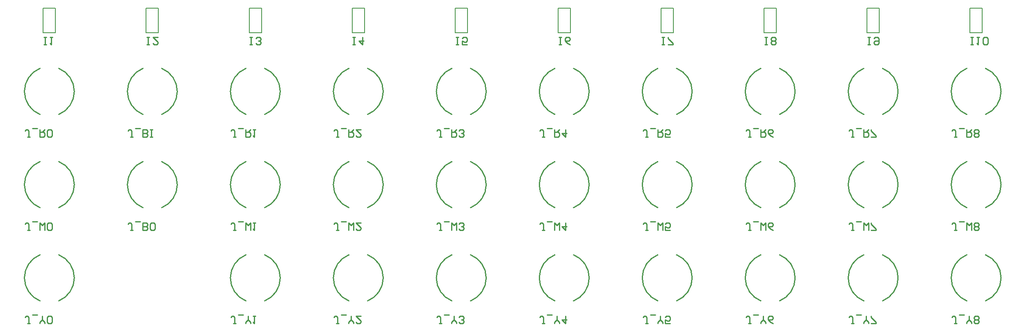
<source format=gbo>
%FSLAX23Y23*%
%MOIN*%
G70*
G01*
G75*
%ADD10R,0.012X0.059*%
%ADD11O,0.012X0.059*%
%ADD12C,0.010*%
%ADD13C,0.300*%
%ADD14C,0.055*%
%ADD15C,0.180*%
%ADD16C,0.065*%
%ADD17C,0.059*%
%ADD18R,0.059X0.059*%
%ADD19C,0.053*%
%ADD20R,0.053X0.053*%
%ADD21R,0.047X0.047*%
%ADD22C,0.047*%
%ADD23C,0.059*%
%ADD24R,0.059X0.059*%
%ADD25C,0.110*%
%ADD26C,0.130*%
%ADD27C,0.050*%
%ADD28C,0.008*%
%ADD29C,0.006*%
D12*
X2215Y3031D02*
G03*
X2215Y2655I76J-188D01*
G01*
X2367D02*
G03*
X2367Y3031I-76J188D01*
G01*
X3052D02*
G03*
X3052Y2655I76J-188D01*
G01*
X3204D02*
G03*
X3204Y3031I-76J188D01*
G01*
X3889D02*
G03*
X3889Y2655I76J-188D01*
G01*
X4041D02*
G03*
X4041Y3031I-76J188D01*
G01*
X4726D02*
G03*
X4726Y2655I76J-188D01*
G01*
X4878D02*
G03*
X4878Y3031I-76J188D01*
G01*
X5563D02*
G03*
X5563Y2655I76J-188D01*
G01*
X5715D02*
G03*
X5715Y3031I-76J188D01*
G01*
X6400D02*
G03*
X6400Y2655I76J-188D01*
G01*
X6552D02*
G03*
X6552Y3031I-76J188D01*
G01*
X7237D02*
G03*
X7237Y2655I76J-188D01*
G01*
X7389D02*
G03*
X7389Y3031I-76J188D01*
G01*
X8074D02*
G03*
X8074Y2655I76J-188D01*
G01*
X8226D02*
G03*
X8226Y3031I-76J188D01*
G01*
X2215Y1511D02*
G03*
X2215Y1135I76J-188D01*
G01*
X2367D02*
G03*
X2367Y1511I-76J188D01*
G01*
X3052D02*
G03*
X3052Y1135I76J-188D01*
G01*
X3204D02*
G03*
X3204Y1511I-76J188D01*
G01*
X3889D02*
G03*
X3889Y1135I76J-188D01*
G01*
X4041D02*
G03*
X4041Y1511I-76J188D01*
G01*
X4726D02*
G03*
X4726Y1135I76J-188D01*
G01*
X4878D02*
G03*
X4878Y1511I-76J188D01*
G01*
X5563D02*
G03*
X5563Y1135I76J-188D01*
G01*
X5715D02*
G03*
X5715Y1511I-76J188D01*
G01*
X6400D02*
G03*
X6400Y1135I76J-188D01*
G01*
X6552D02*
G03*
X6552Y1511I-76J188D01*
G01*
X7237D02*
G03*
X7237Y1135I76J-188D01*
G01*
X7389D02*
G03*
X7389Y1511I-76J188D01*
G01*
X8074D02*
G03*
X8074Y1135I76J-188D01*
G01*
X8226D02*
G03*
X8226Y1511I-76J188D01*
G01*
X693Y2655D02*
G03*
X693Y3031I-76J188D01*
G01*
X541D02*
G03*
X541Y2655I76J-188D01*
G01*
X2215Y2271D02*
G03*
X2215Y1895I76J-188D01*
G01*
X2367D02*
G03*
X2367Y2271I-76J188D01*
G01*
X3052D02*
G03*
X3052Y1895I76J-188D01*
G01*
X3204D02*
G03*
X3204Y2271I-76J188D01*
G01*
X3889D02*
G03*
X3889Y1895I76J-188D01*
G01*
X4041D02*
G03*
X4041Y2271I-76J188D01*
G01*
X4726D02*
G03*
X4726Y1895I76J-188D01*
G01*
X4878D02*
G03*
X4878Y2271I-76J188D01*
G01*
X5563D02*
G03*
X5563Y1895I76J-188D01*
G01*
X5715D02*
G03*
X5715Y2271I-76J188D01*
G01*
X6400D02*
G03*
X6400Y1895I76J-188D01*
G01*
X6552D02*
G03*
X6552Y2271I-76J188D01*
G01*
X7237D02*
G03*
X7237Y1895I76J-188D01*
G01*
X7389D02*
G03*
X7389Y2271I-76J188D01*
G01*
X8074D02*
G03*
X8074Y1895I76J-188D01*
G01*
X8226D02*
G03*
X8226Y2271I-76J188D01*
G01*
X541D02*
G03*
X541Y1895I76J-188D01*
G01*
X693D02*
G03*
X693Y2271I-76J188D01*
G01*
X541Y1511D02*
G03*
X541Y1135I76J-188D01*
G01*
X693D02*
G03*
X693Y1511I-76J188D01*
G01*
X1378Y3031D02*
G03*
X1378Y2655I76J-188D01*
G01*
X1530D02*
G03*
X1530Y3031I-76J188D01*
G01*
X1378Y2271D02*
G03*
X1378Y1895I76J-188D01*
G01*
X1530D02*
G03*
X1530Y2271I-76J188D01*
G01*
X1296Y1711D02*
X1276D01*
X1286D01*
Y1761D01*
X1276Y1771D01*
X1266D01*
X1256Y1761D01*
X1316Y1781D02*
X1356D01*
X1376Y1711D02*
Y1771D01*
X1406D01*
X1416Y1761D01*
Y1751D01*
X1406Y1741D01*
X1376D01*
X1406D01*
X1416Y1731D01*
Y1721D01*
X1406Y1711D01*
X1376D01*
X1466D02*
X1446D01*
X1436Y1721D01*
Y1761D01*
X1446Y1771D01*
X1466D01*
X1476Y1761D01*
Y1721D01*
X1466Y1711D01*
X1296Y2471D02*
X1276D01*
X1286D01*
Y2521D01*
X1276Y2531D01*
X1266D01*
X1256Y2521D01*
X1316Y2541D02*
X1356D01*
X1376Y2471D02*
Y2531D01*
X1406D01*
X1416Y2521D01*
Y2511D01*
X1406Y2501D01*
X1376D01*
X1406D01*
X1416Y2491D01*
Y2481D01*
X1406Y2471D01*
X1376D01*
X1436D02*
X1456D01*
X1446D01*
Y2531D01*
X1436D01*
X1456D01*
X459Y951D02*
X439D01*
X449D01*
Y1001D01*
X439Y1011D01*
X429D01*
X419Y1001D01*
X479Y1021D02*
X519D01*
X539Y951D02*
Y961D01*
X559Y981D01*
X579Y961D01*
Y951D01*
X559Y981D02*
Y1011D01*
X629Y951D02*
X609D01*
X599Y961D01*
Y1001D01*
X609Y1011D01*
X629D01*
X639Y1001D01*
Y961D01*
X629Y951D01*
X459Y1711D02*
X439D01*
X449D01*
Y1761D01*
X439Y1771D01*
X429D01*
X419Y1761D01*
X479Y1781D02*
X519D01*
X539Y1711D02*
Y1771D01*
X559Y1751D01*
X579Y1771D01*
Y1711D01*
X629D02*
X609D01*
X599Y1721D01*
Y1761D01*
X609Y1771D01*
X629D01*
X639Y1761D01*
Y1721D01*
X629Y1711D01*
X7992D02*
X7972D01*
X7982D01*
Y1761D01*
X7972Y1771D01*
X7962D01*
X7952Y1761D01*
X8012Y1781D02*
X8052D01*
X8072Y1711D02*
Y1771D01*
X8092Y1751D01*
X8112Y1771D01*
Y1711D01*
X8132Y1721D02*
X8142Y1711D01*
X8162D01*
X8172Y1721D01*
Y1731D01*
X8162Y1741D01*
X8172Y1751D01*
Y1761D01*
X8162Y1771D01*
X8142D01*
X8132Y1761D01*
Y1751D01*
X8142Y1741D01*
X8132Y1731D01*
Y1721D01*
X8142Y1741D02*
X8162D01*
X7155Y1711D02*
X7135D01*
X7145D01*
Y1761D01*
X7135Y1771D01*
X7125D01*
X7115Y1761D01*
X7175Y1781D02*
X7215D01*
X7235Y1711D02*
Y1771D01*
X7255Y1751D01*
X7275Y1771D01*
Y1711D01*
X7295D02*
X7335D01*
Y1721D01*
X7295Y1761D01*
Y1771D01*
X6318Y1711D02*
X6298D01*
X6308D01*
Y1761D01*
X6298Y1771D01*
X6288D01*
X6278Y1761D01*
X6338Y1781D02*
X6378D01*
X6398Y1711D02*
Y1771D01*
X6418Y1751D01*
X6438Y1771D01*
Y1711D01*
X6498D02*
X6478Y1721D01*
X6458Y1741D01*
Y1761D01*
X6468Y1771D01*
X6488D01*
X6498Y1761D01*
Y1751D01*
X6488Y1741D01*
X6458D01*
X5481Y1711D02*
X5461D01*
X5471D01*
Y1761D01*
X5461Y1771D01*
X5451D01*
X5441Y1761D01*
X5501Y1781D02*
X5541D01*
X5561Y1711D02*
Y1771D01*
X5581Y1751D01*
X5601Y1771D01*
Y1711D01*
X5661D02*
X5621D01*
Y1741D01*
X5641Y1731D01*
X5651D01*
X5661Y1741D01*
Y1761D01*
X5651Y1771D01*
X5631D01*
X5621Y1761D01*
X4644Y1711D02*
X4624D01*
X4634D01*
Y1761D01*
X4624Y1771D01*
X4614D01*
X4604Y1761D01*
X4664Y1781D02*
X4704D01*
X4724Y1711D02*
Y1771D01*
X4744Y1751D01*
X4764Y1771D01*
Y1711D01*
X4814Y1771D02*
Y1711D01*
X4784Y1741D01*
X4824D01*
X3807Y1711D02*
X3787D01*
X3797D01*
Y1761D01*
X3787Y1771D01*
X3777D01*
X3767Y1761D01*
X3827Y1781D02*
X3867D01*
X3887Y1711D02*
Y1771D01*
X3907Y1751D01*
X3927Y1771D01*
Y1711D01*
X3947Y1721D02*
X3957Y1711D01*
X3977D01*
X3987Y1721D01*
Y1731D01*
X3977Y1741D01*
X3967D01*
X3977D01*
X3987Y1751D01*
Y1761D01*
X3977Y1771D01*
X3957D01*
X3947Y1761D01*
X2970Y1711D02*
X2950D01*
X2960D01*
Y1761D01*
X2950Y1771D01*
X2940D01*
X2930Y1761D01*
X2990Y1781D02*
X3030D01*
X3050Y1711D02*
Y1771D01*
X3070Y1751D01*
X3090Y1771D01*
Y1711D01*
X3150Y1771D02*
X3110D01*
X3150Y1731D01*
Y1721D01*
X3140Y1711D01*
X3120D01*
X3110Y1721D01*
X2133Y1711D02*
X2113D01*
X2123D01*
Y1761D01*
X2113Y1771D01*
X2103D01*
X2093Y1761D01*
X2153Y1781D02*
X2193D01*
X2213Y1711D02*
Y1771D01*
X2233Y1751D01*
X2253Y1771D01*
Y1711D01*
X2273Y1771D02*
X2293D01*
X2283D01*
Y1711D01*
X2273Y1721D01*
X459Y2471D02*
X439D01*
X449D01*
Y2521D01*
X439Y2531D01*
X429D01*
X419Y2521D01*
X479Y2541D02*
X519D01*
X539Y2531D02*
Y2471D01*
X569D01*
X579Y2481D01*
Y2501D01*
X569Y2511D01*
X539D01*
X559D02*
X579Y2531D01*
X629Y2471D02*
X609D01*
X599Y2481D01*
Y2521D01*
X609Y2531D01*
X629D01*
X639Y2521D01*
Y2481D01*
X629Y2471D01*
X7992Y951D02*
X7972D01*
X7982D01*
Y1001D01*
X7972Y1011D01*
X7962D01*
X7952Y1001D01*
X8012Y1021D02*
X8052D01*
X8072Y951D02*
Y961D01*
X8092Y981D01*
X8112Y961D01*
Y951D01*
X8092Y981D02*
Y1011D01*
X8132Y961D02*
X8142Y951D01*
X8162D01*
X8172Y961D01*
Y971D01*
X8162Y981D01*
X8172Y991D01*
Y1001D01*
X8162Y1011D01*
X8142D01*
X8132Y1001D01*
Y991D01*
X8142Y981D01*
X8132Y971D01*
Y961D01*
X8142Y981D02*
X8162D01*
X7155Y951D02*
X7135D01*
X7145D01*
Y1001D01*
X7135Y1011D01*
X7125D01*
X7115Y1001D01*
X7175Y1021D02*
X7215D01*
X7235Y951D02*
Y961D01*
X7255Y981D01*
X7275Y961D01*
Y951D01*
X7255Y981D02*
Y1011D01*
X7295Y951D02*
X7335D01*
Y961D01*
X7295Y1001D01*
Y1011D01*
X6318Y951D02*
X6298D01*
X6308D01*
Y1001D01*
X6298Y1011D01*
X6288D01*
X6278Y1001D01*
X6338Y1021D02*
X6378D01*
X6398Y951D02*
Y961D01*
X6418Y981D01*
X6438Y961D01*
Y951D01*
X6418Y981D02*
Y1011D01*
X6498Y951D02*
X6478Y961D01*
X6458Y981D01*
Y1001D01*
X6468Y1011D01*
X6488D01*
X6498Y1001D01*
Y991D01*
X6488Y981D01*
X6458D01*
X5481Y951D02*
X5461D01*
X5471D01*
Y1001D01*
X5461Y1011D01*
X5451D01*
X5441Y1001D01*
X5501Y1021D02*
X5541D01*
X5561Y951D02*
Y961D01*
X5581Y981D01*
X5601Y961D01*
Y951D01*
X5581Y981D02*
Y1011D01*
X5661Y951D02*
X5621D01*
Y981D01*
X5641Y971D01*
X5651D01*
X5661Y981D01*
Y1001D01*
X5651Y1011D01*
X5631D01*
X5621Y1001D01*
X4644Y951D02*
X4624D01*
X4634D01*
Y1001D01*
X4624Y1011D01*
X4614D01*
X4604Y1001D01*
X4664Y1021D02*
X4704D01*
X4724Y951D02*
Y961D01*
X4744Y981D01*
X4764Y961D01*
Y951D01*
X4744Y981D02*
Y1011D01*
X4814D02*
Y951D01*
X4784Y981D01*
X4824D01*
X3807Y951D02*
X3787D01*
X3797D01*
Y1001D01*
X3787Y1011D01*
X3777D01*
X3767Y1001D01*
X3827Y1021D02*
X3867D01*
X3887Y951D02*
Y961D01*
X3907Y981D01*
X3927Y961D01*
Y951D01*
X3907Y981D02*
Y1011D01*
X3947Y961D02*
X3957Y951D01*
X3977D01*
X3987Y961D01*
Y971D01*
X3977Y981D01*
X3967D01*
X3977D01*
X3987Y991D01*
Y1001D01*
X3977Y1011D01*
X3957D01*
X3947Y1001D01*
X2970Y951D02*
X2950D01*
X2960D01*
Y1001D01*
X2950Y1011D01*
X2940D01*
X2930Y1001D01*
X2990Y1021D02*
X3030D01*
X3050Y951D02*
Y961D01*
X3070Y981D01*
X3090Y961D01*
Y951D01*
X3070Y981D02*
Y1011D01*
X3150D02*
X3110D01*
X3150Y971D01*
Y961D01*
X3140Y951D01*
X3120D01*
X3110Y961D01*
X2133Y951D02*
X2113D01*
X2123D01*
Y1001D01*
X2113Y1011D01*
X2103D01*
X2093Y1001D01*
X2153Y1021D02*
X2193D01*
X2213Y951D02*
Y961D01*
X2233Y981D01*
X2253Y961D01*
Y951D01*
X2233Y981D02*
Y1011D01*
X2273D02*
X2293D01*
X2283D01*
Y951D01*
X2273Y961D01*
X7992Y2471D02*
X7972D01*
X7982D01*
Y2521D01*
X7972Y2531D01*
X7962D01*
X7952Y2521D01*
X8012Y2541D02*
X8052D01*
X8072Y2531D02*
Y2471D01*
X8102D01*
X8112Y2481D01*
Y2501D01*
X8102Y2511D01*
X8072D01*
X8092D02*
X8112Y2531D01*
X8132Y2481D02*
X8142Y2471D01*
X8162D01*
X8172Y2481D01*
Y2491D01*
X8162Y2501D01*
X8172Y2511D01*
Y2521D01*
X8162Y2531D01*
X8142D01*
X8132Y2521D01*
Y2511D01*
X8142Y2501D01*
X8132Y2491D01*
Y2481D01*
X8142Y2501D02*
X8162D01*
X7155Y2471D02*
X7135D01*
X7145D01*
Y2521D01*
X7135Y2531D01*
X7125D01*
X7115Y2521D01*
X7175Y2541D02*
X7215D01*
X7235Y2531D02*
Y2471D01*
X7265D01*
X7275Y2481D01*
Y2501D01*
X7265Y2511D01*
X7235D01*
X7255D02*
X7275Y2531D01*
X7295Y2471D02*
X7335D01*
Y2481D01*
X7295Y2521D01*
Y2531D01*
X6318Y2471D02*
X6298D01*
X6308D01*
Y2521D01*
X6298Y2531D01*
X6288D01*
X6278Y2521D01*
X6338Y2541D02*
X6378D01*
X6398Y2531D02*
Y2471D01*
X6428D01*
X6438Y2481D01*
Y2501D01*
X6428Y2511D01*
X6398D01*
X6418D02*
X6438Y2531D01*
X6498Y2471D02*
X6478Y2481D01*
X6458Y2501D01*
Y2521D01*
X6468Y2531D01*
X6488D01*
X6498Y2521D01*
Y2511D01*
X6488Y2501D01*
X6458D01*
X5481Y2471D02*
X5461D01*
X5471D01*
Y2521D01*
X5461Y2531D01*
X5451D01*
X5441Y2521D01*
X5501Y2541D02*
X5541D01*
X5561Y2531D02*
Y2471D01*
X5591D01*
X5601Y2481D01*
Y2501D01*
X5591Y2511D01*
X5561D01*
X5581D02*
X5601Y2531D01*
X5661Y2471D02*
X5621D01*
Y2501D01*
X5641Y2491D01*
X5651D01*
X5661Y2501D01*
Y2521D01*
X5651Y2531D01*
X5631D01*
X5621Y2521D01*
X4644Y2471D02*
X4624D01*
X4634D01*
Y2521D01*
X4624Y2531D01*
X4614D01*
X4604Y2521D01*
X4664Y2541D02*
X4704D01*
X4724Y2531D02*
Y2471D01*
X4754D01*
X4764Y2481D01*
Y2501D01*
X4754Y2511D01*
X4724D01*
X4744D02*
X4764Y2531D01*
X4814D02*
Y2471D01*
X4784Y2501D01*
X4824D01*
X3807Y2471D02*
X3787D01*
X3797D01*
Y2521D01*
X3787Y2531D01*
X3777D01*
X3767Y2521D01*
X3827Y2541D02*
X3867D01*
X3887Y2531D02*
Y2471D01*
X3917D01*
X3927Y2481D01*
Y2501D01*
X3917Y2511D01*
X3887D01*
X3907D02*
X3927Y2531D01*
X3947Y2481D02*
X3957Y2471D01*
X3977D01*
X3987Y2481D01*
Y2491D01*
X3977Y2501D01*
X3967D01*
X3977D01*
X3987Y2511D01*
Y2521D01*
X3977Y2531D01*
X3957D01*
X3947Y2521D01*
X2970Y2471D02*
X2950D01*
X2960D01*
Y2521D01*
X2950Y2531D01*
X2940D01*
X2930Y2521D01*
X2990Y2541D02*
X3030D01*
X3050Y2531D02*
Y2471D01*
X3080D01*
X3090Y2481D01*
Y2501D01*
X3080Y2511D01*
X3050D01*
X3070D02*
X3090Y2531D01*
X3150D02*
X3110D01*
X3150Y2491D01*
Y2481D01*
X3140Y2471D01*
X3120D01*
X3110Y2481D01*
X2133Y2471D02*
X2113D01*
X2123D01*
Y2521D01*
X2113Y2531D01*
X2103D01*
X2093Y2521D01*
X2153Y2541D02*
X2193D01*
X2213Y2531D02*
Y2471D01*
X2243D01*
X2253Y2481D01*
Y2501D01*
X2243Y2511D01*
X2213D01*
X2233D02*
X2253Y2531D01*
X2273D02*
X2293D01*
X2283D01*
Y2471D01*
X2273Y2481D01*
X573Y3226D02*
X593D01*
X583D01*
Y3286D01*
X573D01*
X593D01*
X623D02*
X643D01*
X633D01*
Y3226D01*
X623Y3236D01*
X1410Y3226D02*
X1430D01*
X1420D01*
Y3286D01*
X1410D01*
X1430D01*
X1500D02*
X1460D01*
X1500Y3246D01*
Y3236D01*
X1490Y3226D01*
X1470D01*
X1460Y3236D01*
X2247Y3226D02*
X2267D01*
X2257D01*
Y3286D01*
X2247D01*
X2267D01*
X2297Y3236D02*
X2307Y3226D01*
X2327D01*
X2337Y3236D01*
Y3246D01*
X2327Y3256D01*
X2317D01*
X2327D01*
X2337Y3266D01*
Y3276D01*
X2327Y3286D01*
X2307D01*
X2297Y3276D01*
X3084Y3226D02*
X3104D01*
X3094D01*
Y3286D01*
X3084D01*
X3104D01*
X3164D02*
Y3226D01*
X3134Y3256D01*
X3174D01*
X3921Y3226D02*
X3941D01*
X3931D01*
Y3286D01*
X3921D01*
X3941D01*
X4011Y3226D02*
X3971D01*
Y3256D01*
X3991Y3246D01*
X4001D01*
X4011Y3256D01*
Y3276D01*
X4001Y3286D01*
X3981D01*
X3971Y3276D01*
X4758Y3226D02*
X4778D01*
X4768D01*
Y3286D01*
X4758D01*
X4778D01*
X4848Y3226D02*
X4828Y3236D01*
X4808Y3256D01*
Y3276D01*
X4818Y3286D01*
X4838D01*
X4848Y3276D01*
Y3266D01*
X4838Y3256D01*
X4808D01*
X5595Y3226D02*
X5615D01*
X5605D01*
Y3286D01*
X5595D01*
X5615D01*
X5645Y3226D02*
X5685D01*
Y3236D01*
X5645Y3276D01*
Y3286D01*
X6432Y3226D02*
X6452D01*
X6442D01*
Y3286D01*
X6432D01*
X6452D01*
X6482Y3236D02*
X6492Y3226D01*
X6512D01*
X6522Y3236D01*
Y3246D01*
X6512Y3256D01*
X6522Y3266D01*
Y3276D01*
X6512Y3286D01*
X6492D01*
X6482Y3276D01*
Y3266D01*
X6492Y3256D01*
X6482Y3246D01*
Y3236D01*
X6492Y3256D02*
X6512D01*
X7269Y3226D02*
X7289D01*
X7279D01*
Y3286D01*
X7269D01*
X7289D01*
X7319Y3276D02*
X7329Y3286D01*
X7349D01*
X7359Y3276D01*
Y3236D01*
X7349Y3226D01*
X7329D01*
X7319Y3236D01*
Y3246D01*
X7329Y3256D01*
X7359D01*
X8106Y3226D02*
X8126D01*
X8116D01*
Y3286D01*
X8106D01*
X8126D01*
X8156D02*
X8176D01*
X8166D01*
Y3226D01*
X8156Y3236D01*
X8206D02*
X8216Y3226D01*
X8236D01*
X8246Y3236D01*
Y3276D01*
X8236Y3286D01*
X8216D01*
X8206Y3276D01*
Y3236D01*
D28*
X8100Y3320D02*
Y3520D01*
X8200D01*
Y3320D02*
Y3520D01*
X8100Y3320D02*
X8200D01*
X7263D02*
Y3520D01*
X7363D01*
Y3320D02*
Y3520D01*
X7263Y3320D02*
X7363D01*
X6426D02*
Y3520D01*
X6526D01*
Y3320D02*
Y3520D01*
X6426Y3320D02*
X6526D01*
X5589D02*
Y3520D01*
X5689D01*
Y3320D02*
Y3520D01*
X5589Y3320D02*
X5689D01*
X4752D02*
Y3520D01*
X4852D01*
Y3320D02*
Y3520D01*
X4752Y3320D02*
X4852D01*
X3915D02*
Y3520D01*
X4015D01*
Y3320D02*
Y3520D01*
X3915Y3320D02*
X4015D01*
X3078D02*
Y3520D01*
X3178D01*
Y3320D02*
Y3520D01*
X3078Y3320D02*
X3178D01*
X2241D02*
Y3520D01*
X2341D01*
Y3320D02*
Y3520D01*
X2241Y3320D02*
X2341D01*
X1404D02*
Y3520D01*
X1504D01*
Y3320D02*
Y3520D01*
X1404Y3320D02*
X1504D01*
X567D02*
Y3520D01*
X667D01*
Y3320D02*
Y3520D01*
X567Y3320D02*
X667D01*
M02*

</source>
